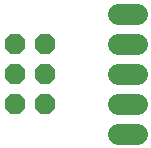
<source format=gbs>
G75*
G70*
%OFA0B0*%
%FSLAX24Y24*%
%IPPOS*%
%LPD*%
%AMOC8*
5,1,8,0,0,1.08239X$1,22.5*
%
%ADD10OC8,0.0680*%
%ADD11C,0.0714*%
D10*
X001411Y002151D03*
X001411Y003151D03*
X001411Y004151D03*
X002411Y004151D03*
X002411Y003151D03*
X002411Y002151D03*
D11*
X004844Y002151D02*
X005478Y002151D01*
X005478Y003151D02*
X004844Y003151D01*
X004844Y004151D02*
X005478Y004151D01*
X005478Y005151D02*
X004844Y005151D01*
X004844Y001151D02*
X005478Y001151D01*
M02*

</source>
